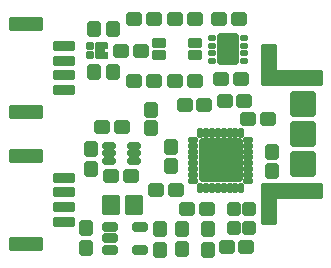
<source format=gbr>
G04*
G04 #@! TF.GenerationSoftware,Altium Limited,Altium Designer,24.7.2 (38)*
G04*
G04 Layer_Color=8388736*
%FSLAX25Y25*%
%MOIN*%
G70*
G04*
G04 #@! TF.SameCoordinates,0AE953C0-7C88-47E9-B79E-664DAA7B62C1*
G04*
G04*
G04 #@! TF.FilePolarity,Negative*
G04*
G01*
G75*
G04:AMPARAMS|DCode=38|XSize=31.62mil|YSize=19.81mil|CornerRadius=4.59mil|HoleSize=0mil|Usage=FLASHONLY|Rotation=180.000|XOffset=0mil|YOffset=0mil|HoleType=Round|Shape=RoundedRectangle|*
%AMROUNDEDRECTD38*
21,1,0.03162,0.01063,0,0,180.0*
21,1,0.02244,0.01981,0,0,180.0*
1,1,0.00918,-0.01122,0.00532*
1,1,0.00918,0.01122,0.00532*
1,1,0.00918,0.01122,-0.00532*
1,1,0.00918,-0.01122,-0.00532*
%
%ADD38ROUNDEDRECTD38*%
G04:AMPARAMS|DCode=39|XSize=31.62mil|YSize=19.81mil|CornerRadius=4.59mil|HoleSize=0mil|Usage=FLASHONLY|Rotation=90.000|XOffset=0mil|YOffset=0mil|HoleType=Round|Shape=RoundedRectangle|*
%AMROUNDEDRECTD39*
21,1,0.03162,0.01063,0,0,90.0*
21,1,0.02244,0.01981,0,0,90.0*
1,1,0.00918,0.00532,0.01122*
1,1,0.00918,0.00532,-0.01122*
1,1,0.00918,-0.00532,-0.01122*
1,1,0.00918,-0.00532,0.01122*
%
%ADD39ROUNDEDRECTD39*%
G04:AMPARAMS|DCode=40|XSize=143.83mil|YSize=143.83mil|CornerRadius=7.4mil|HoleSize=0mil|Usage=FLASHONLY|Rotation=90.000|XOffset=0mil|YOffset=0mil|HoleType=Round|Shape=RoundedRectangle|*
%AMROUNDEDRECTD40*
21,1,0.14383,0.12903,0,0,90.0*
21,1,0.12903,0.14383,0,0,90.0*
1,1,0.01479,0.06452,0.06452*
1,1,0.01479,0.06452,-0.06452*
1,1,0.01479,-0.06452,-0.06452*
1,1,0.01479,-0.06452,0.06452*
%
%ADD40ROUNDEDRECTD40*%
G04:AMPARAMS|DCode=41|XSize=43.43mil|YSize=23.75mil|CornerRadius=5.18mil|HoleSize=0mil|Usage=FLASHONLY|Rotation=0.000|XOffset=0mil|YOffset=0mil|HoleType=Round|Shape=RoundedRectangle|*
%AMROUNDEDRECTD41*
21,1,0.04343,0.01339,0,0,0.0*
21,1,0.03307,0.02375,0,0,0.0*
1,1,0.01036,0.01654,-0.00669*
1,1,0.01036,-0.01654,-0.00669*
1,1,0.01036,-0.01654,0.00669*
1,1,0.01036,0.01654,0.00669*
%
%ADD41ROUNDEDRECTD41*%
G04:AMPARAMS|DCode=42|XSize=51.31mil|YSize=47.37mil|CornerRadius=6.95mil|HoleSize=0mil|Usage=FLASHONLY|Rotation=180.000|XOffset=0mil|YOffset=0mil|HoleType=Round|Shape=RoundedRectangle|*
%AMROUNDEDRECTD42*
21,1,0.05131,0.03347,0,0,180.0*
21,1,0.03740,0.04737,0,0,180.0*
1,1,0.01391,-0.01870,0.01673*
1,1,0.01391,0.01870,0.01673*
1,1,0.01391,0.01870,-0.01673*
1,1,0.01391,-0.01870,-0.01673*
%
%ADD42ROUNDEDRECTD42*%
G04:AMPARAMS|DCode=43|XSize=47.37mil|YSize=43.43mil|CornerRadius=5.77mil|HoleSize=0mil|Usage=FLASHONLY|Rotation=90.000|XOffset=0mil|YOffset=0mil|HoleType=Round|Shape=RoundedRectangle|*
%AMROUNDEDRECTD43*
21,1,0.04737,0.03189,0,0,90.0*
21,1,0.03583,0.04343,0,0,90.0*
1,1,0.01154,0.01595,0.01791*
1,1,0.01154,0.01595,-0.01791*
1,1,0.01154,-0.01595,-0.01791*
1,1,0.01154,-0.01595,0.01791*
%
%ADD43ROUNDEDRECTD43*%
G04:AMPARAMS|DCode=44|XSize=72.96mil|YSize=104.46mil|CornerRadius=8.87mil|HoleSize=0mil|Usage=FLASHONLY|Rotation=180.000|XOffset=0mil|YOffset=0mil|HoleType=Round|Shape=RoundedRectangle|*
%AMROUNDEDRECTD44*
21,1,0.07296,0.08671,0,0,180.0*
21,1,0.05522,0.10446,0,0,180.0*
1,1,0.01774,-0.02761,0.04336*
1,1,0.01774,0.02761,0.04336*
1,1,0.01774,0.02761,-0.04336*
1,1,0.01774,-0.02761,-0.04336*
%
%ADD44ROUNDEDRECTD44*%
G04:AMPARAMS|DCode=45|XSize=28.67mil|YSize=19.81mil|CornerRadius=4.89mil|HoleSize=0mil|Usage=FLASHONLY|Rotation=180.000|XOffset=0mil|YOffset=0mil|HoleType=Round|Shape=RoundedRectangle|*
%AMROUNDEDRECTD45*
21,1,0.02867,0.01004,0,0,180.0*
21,1,0.01890,0.01981,0,0,180.0*
1,1,0.00977,-0.00945,0.00502*
1,1,0.00977,0.00945,0.00502*
1,1,0.00977,0.00945,-0.00502*
1,1,0.00977,-0.00945,-0.00502*
%
%ADD45ROUNDEDRECTD45*%
G04:AMPARAMS|DCode=46|XSize=49.34mil|YSize=31.62mil|CornerRadius=5.18mil|HoleSize=0mil|Usage=FLASHONLY|Rotation=0.000|XOffset=0mil|YOffset=0mil|HoleType=Round|Shape=RoundedRectangle|*
%AMROUNDEDRECTD46*
21,1,0.04934,0.02126,0,0,0.0*
21,1,0.03898,0.03162,0,0,0.0*
1,1,0.01036,0.01949,-0.01063*
1,1,0.01036,-0.01949,-0.01063*
1,1,0.01036,-0.01949,0.01063*
1,1,0.01036,0.01949,0.01063*
%
%ADD46ROUNDEDRECTD46*%
G04:AMPARAMS|DCode=47|XSize=51.31mil|YSize=31.62mil|CornerRadius=5.18mil|HoleSize=0mil|Usage=FLASHONLY|Rotation=0.000|XOffset=0mil|YOffset=0mil|HoleType=Round|Shape=RoundedRectangle|*
%AMROUNDEDRECTD47*
21,1,0.05131,0.02126,0,0,0.0*
21,1,0.04095,0.03162,0,0,0.0*
1,1,0.01036,0.02047,-0.01063*
1,1,0.01036,-0.02047,-0.01063*
1,1,0.01036,-0.02047,0.01063*
1,1,0.01036,0.02047,0.01063*
%
%ADD47ROUNDEDRECTD47*%
G04:AMPARAMS|DCode=48|XSize=31.62mil|YSize=74.93mil|CornerRadius=5.18mil|HoleSize=0mil|Usage=FLASHONLY|Rotation=270.000|XOffset=0mil|YOffset=0mil|HoleType=Round|Shape=RoundedRectangle|*
%AMROUNDEDRECTD48*
21,1,0.03162,0.06457,0,0,270.0*
21,1,0.02126,0.07493,0,0,270.0*
1,1,0.01036,-0.03228,-0.01063*
1,1,0.01036,-0.03228,0.01063*
1,1,0.01036,0.03228,0.01063*
1,1,0.01036,0.03228,-0.01063*
%
%ADD48ROUNDEDRECTD48*%
G04:AMPARAMS|DCode=49|XSize=47.37mil|YSize=114.3mil|CornerRadius=5.97mil|HoleSize=0mil|Usage=FLASHONLY|Rotation=270.000|XOffset=0mil|YOffset=0mil|HoleType=Round|Shape=RoundedRectangle|*
%AMROUNDEDRECTD49*
21,1,0.04737,0.10236,0,0,270.0*
21,1,0.03543,0.11430,0,0,270.0*
1,1,0.01194,-0.05118,-0.01772*
1,1,0.01194,-0.05118,0.01772*
1,1,0.01194,0.05118,0.01772*
1,1,0.01194,0.05118,-0.01772*
%
%ADD49ROUNDEDRECTD49*%
G04:AMPARAMS|DCode=50|XSize=47.37mil|YSize=51.31mil|CornerRadius=6.95mil|HoleSize=0mil|Usage=FLASHONLY|Rotation=270.000|XOffset=0mil|YOffset=0mil|HoleType=Round|Shape=RoundedRectangle|*
%AMROUNDEDRECTD50*
21,1,0.04737,0.03740,0,0,270.0*
21,1,0.03347,0.05131,0,0,270.0*
1,1,0.01391,-0.01870,-0.01673*
1,1,0.01391,-0.01870,0.01673*
1,1,0.01391,0.01870,0.01673*
1,1,0.01391,0.01870,-0.01673*
%
%ADD50ROUNDEDRECTD50*%
G04:AMPARAMS|DCode=51|XSize=59.18mil|YSize=67.06mil|CornerRadius=7.84mil|HoleSize=0mil|Usage=FLASHONLY|Rotation=180.000|XOffset=0mil|YOffset=0mil|HoleType=Round|Shape=RoundedRectangle|*
%AMROUNDEDRECTD51*
21,1,0.05918,0.05138,0,0,180.0*
21,1,0.04350,0.06706,0,0,180.0*
1,1,0.01568,-0.02175,0.02569*
1,1,0.01568,0.02175,0.02569*
1,1,0.01568,0.02175,-0.02569*
1,1,0.01568,-0.02175,-0.02569*
%
%ADD51ROUNDEDRECTD51*%
G04:AMPARAMS|DCode=52|XSize=204.85mil|YSize=55.24mil|CornerRadius=7.54mil|HoleSize=0mil|Usage=FLASHONLY|Rotation=0.000|XOffset=0mil|YOffset=0mil|HoleType=Round|Shape=RoundedRectangle|*
%AMROUNDEDRECTD52*
21,1,0.20485,0.04016,0,0,0.0*
21,1,0.18976,0.05524,0,0,0.0*
1,1,0.01509,0.09488,-0.02008*
1,1,0.01509,-0.09488,-0.02008*
1,1,0.01509,-0.09488,0.02008*
1,1,0.01509,0.09488,0.02008*
%
%ADD52ROUNDEDRECTD52*%
G04:AMPARAMS|DCode=53|XSize=86.74mil|YSize=86.74mil|CornerRadius=9.91mil|HoleSize=0mil|Usage=FLASHONLY|Rotation=0.000|XOffset=0mil|YOffset=0mil|HoleType=Round|Shape=RoundedRectangle|*
%AMROUNDEDRECTD53*
21,1,0.08674,0.06693,0,0,0.0*
21,1,0.06693,0.08674,0,0,0.0*
1,1,0.01981,0.03347,-0.03347*
1,1,0.01981,-0.03347,-0.03347*
1,1,0.01981,-0.03347,0.03347*
1,1,0.01981,0.03347,0.03347*
%
%ADD53ROUNDEDRECTD53*%
G04:AMPARAMS|DCode=54|XSize=106.42mil|YSize=55.24mil|CornerRadius=7.54mil|HoleSize=0mil|Usage=FLASHONLY|Rotation=90.000|XOffset=0mil|YOffset=0mil|HoleType=Round|Shape=RoundedRectangle|*
%AMROUNDEDRECTD54*
21,1,0.10642,0.04016,0,0,90.0*
21,1,0.09134,0.05524,0,0,90.0*
1,1,0.01509,0.02008,0.04567*
1,1,0.01509,0.02008,-0.04567*
1,1,0.01509,-0.02008,-0.04567*
1,1,0.01509,-0.02008,0.04567*
%
%ADD54ROUNDEDRECTD54*%
G04:AMPARAMS|DCode=55|XSize=47.37mil|YSize=51.31mil|CornerRadius=6.95mil|HoleSize=0mil|Usage=FLASHONLY|Rotation=0.000|XOffset=0mil|YOffset=0mil|HoleType=Round|Shape=RoundedRectangle|*
%AMROUNDEDRECTD55*
21,1,0.04737,0.03740,0,0,0.0*
21,1,0.03347,0.05131,0,0,0.0*
1,1,0.01391,0.01673,-0.01870*
1,1,0.01391,-0.01673,-0.01870*
1,1,0.01391,-0.01673,0.01870*
1,1,0.01391,0.01673,0.01870*
%
%ADD55ROUNDEDRECTD55*%
G04:AMPARAMS|DCode=56|XSize=23.75mil|YSize=29.65mil|CornerRadius=4.79mil|HoleSize=0mil|Usage=FLASHONLY|Rotation=90.000|XOffset=0mil|YOffset=0mil|HoleType=Round|Shape=RoundedRectangle|*
%AMROUNDEDRECTD56*
21,1,0.02375,0.02008,0,0,90.0*
21,1,0.01417,0.02965,0,0,90.0*
1,1,0.00957,0.01004,0.00709*
1,1,0.00957,0.01004,-0.00709*
1,1,0.00957,-0.01004,-0.00709*
1,1,0.00957,-0.01004,0.00709*
%
%ADD56ROUNDEDRECTD56*%
G04:AMPARAMS|DCode=57|XSize=51.31mil|YSize=47.37mil|CornerRadius=6.95mil|HoleSize=0mil|Usage=FLASHONLY|Rotation=90.000|XOffset=0mil|YOffset=0mil|HoleType=Round|Shape=RoundedRectangle|*
%AMROUNDEDRECTD57*
21,1,0.05131,0.03347,0,0,90.0*
21,1,0.03740,0.04737,0,0,90.0*
1,1,0.01391,0.01673,0.01870*
1,1,0.01391,0.01673,-0.01870*
1,1,0.01391,-0.01673,-0.01870*
1,1,0.01391,-0.01673,0.01870*
%
%ADD57ROUNDEDRECTD57*%
G36*
X163832Y129334D02*
X163883Y129324D01*
X163933Y129307D01*
X163980Y129284D01*
X164024Y129255D01*
X164063Y129220D01*
X164098Y129181D01*
X164124Y129141D01*
X164764D01*
X164816Y129138D01*
X164867Y129127D01*
X164917Y129111D01*
X164964Y129087D01*
X165008Y129058D01*
X165047Y129024D01*
X165082Y128984D01*
X165111Y128941D01*
X165134Y128894D01*
X165151Y128844D01*
X165161Y128793D01*
X165165Y128740D01*
Y127165D01*
X165161Y127113D01*
X165151Y127062D01*
X165134Y127012D01*
X165111Y126965D01*
X165082Y126921D01*
X165047Y126882D01*
X165008Y126847D01*
X164964Y126818D01*
X164917Y126795D01*
X164867Y126778D01*
X164816Y126768D01*
X164764Y126765D01*
X164180Y126765D01*
Y125991D01*
X164764D01*
X164816Y125988D01*
X164867Y125978D01*
X164917Y125961D01*
X164964Y125938D01*
X165008Y125909D01*
X165047Y125874D01*
X165082Y125835D01*
X165111Y125791D01*
X165134Y125744D01*
X165151Y125694D01*
X165161Y125643D01*
X165165Y125591D01*
Y124016D01*
X165161Y123963D01*
X165151Y123912D01*
X165134Y123862D01*
X165111Y123815D01*
X165082Y123772D01*
X165047Y123732D01*
X165008Y123698D01*
X164964Y123669D01*
X164917Y123645D01*
X164867Y123628D01*
X164816Y123618D01*
X164764Y123615D01*
X164124D01*
X164098Y123575D01*
X164063Y123535D01*
X164024Y123501D01*
X163980Y123472D01*
X163933Y123449D01*
X163883Y123432D01*
X163832Y123422D01*
X163779Y123418D01*
X161417D01*
X161365Y123422D01*
X161314Y123432D01*
X161264Y123449D01*
X161217Y123472D01*
X161173Y123501D01*
X161134Y123535D01*
X161099Y123575D01*
X161070Y123618D01*
X161047Y123665D01*
X161030Y123715D01*
X161020Y123767D01*
X161016Y123819D01*
Y128937D01*
X161020Y128989D01*
X161030Y129041D01*
X161047Y129090D01*
X161070Y129137D01*
X161099Y129181D01*
X161134Y129220D01*
X161173Y129255D01*
X161217Y129284D01*
X161264Y129307D01*
X161314Y129324D01*
X161365Y129334D01*
X161417Y129338D01*
X163779D01*
X163832Y129334D01*
D02*
G37*
D38*
X193504Y82874D02*
D03*
Y84842D02*
D03*
Y86811D02*
D03*
Y88779D02*
D03*
X212008Y90748D02*
D03*
Y92716D02*
D03*
Y94685D02*
D03*
Y96653D02*
D03*
X193504Y90748D02*
D03*
Y92716D02*
D03*
Y94685D02*
D03*
Y96653D02*
D03*
X212008Y82874D02*
D03*
Y84842D02*
D03*
Y86811D02*
D03*
Y88779D02*
D03*
D39*
X195866Y80512D02*
D03*
X197835D02*
D03*
X199803D02*
D03*
X201772D02*
D03*
X203740D02*
D03*
X205709D02*
D03*
X207677D02*
D03*
X209646D02*
D03*
Y99016D02*
D03*
X207677D02*
D03*
X205709D02*
D03*
X203740D02*
D03*
X195866D02*
D03*
X201772D02*
D03*
X199803D02*
D03*
X197835D02*
D03*
D40*
X202756Y89764D02*
D03*
D41*
X174016Y94685D02*
D03*
Y92126D02*
D03*
Y89567D02*
D03*
X165354D02*
D03*
Y92126D02*
D03*
Y94685D02*
D03*
D42*
X169882Y100787D02*
D03*
X163189D02*
D03*
X202953Y116929D02*
D03*
X209646D02*
D03*
X194291Y137008D02*
D03*
X187598D02*
D03*
X173819Y137008D02*
D03*
X180512D02*
D03*
X191455Y73421D02*
D03*
X198148D02*
D03*
X187992Y79921D02*
D03*
X181299D02*
D03*
X218504Y103543D02*
D03*
X211811D02*
D03*
X202165Y137008D02*
D03*
X208858D02*
D03*
X172876Y84543D02*
D03*
X166183D02*
D03*
X187598Y116142D02*
D03*
X194291D02*
D03*
X180512Y116142D02*
D03*
X173819D02*
D03*
X169488Y126378D02*
D03*
X176181D02*
D03*
D43*
X212091Y73678D02*
D03*
X207268D02*
D03*
Y67281D02*
D03*
X212091D02*
D03*
D44*
X205118Y126772D02*
D03*
D45*
X199756Y130610D02*
D03*
Y122933D02*
D03*
Y128051D02*
D03*
X210480Y125492D02*
D03*
X210482Y122933D02*
D03*
X210480Y128051D02*
D03*
Y130610D02*
D03*
X199756Y125492D02*
D03*
D46*
X194193Y128740D02*
D03*
Y124803D02*
D03*
X182185D02*
D03*
Y128740D02*
D03*
D47*
X175984Y67520D02*
D03*
X165748Y60039D02*
D03*
Y63779D02*
D03*
Y67520D02*
D03*
X175984Y60039D02*
D03*
D48*
X150394Y84055D02*
D03*
Y79134D02*
D03*
Y74213D02*
D03*
Y69291D02*
D03*
Y127953D02*
D03*
Y123031D02*
D03*
Y118110D02*
D03*
Y113189D02*
D03*
D49*
X137795Y91339D02*
D03*
Y62008D02*
D03*
Y135236D02*
D03*
Y105905D02*
D03*
D50*
X204331Y109646D02*
D03*
X210630D02*
D03*
X190945Y108268D02*
D03*
X197244D02*
D03*
X211259Y60729D02*
D03*
X204960D02*
D03*
D51*
X166339Y74803D02*
D03*
X173819D02*
D03*
D52*
X226378Y117323D02*
D03*
Y79528D02*
D03*
D53*
X230315Y108425D02*
D03*
Y98425D02*
D03*
Y88425D02*
D03*
D54*
X218898Y123228D02*
D03*
Y73622D02*
D03*
D55*
X219685Y92520D02*
D03*
Y86221D02*
D03*
X179528Y100394D02*
D03*
Y106693D02*
D03*
X186221Y94095D02*
D03*
Y87795D02*
D03*
D56*
X159153Y127953D02*
D03*
Y124803D02*
D03*
D57*
X198425Y60039D02*
D03*
Y66732D02*
D03*
X182677Y60039D02*
D03*
Y66732D02*
D03*
X189849Y60081D02*
D03*
Y66774D02*
D03*
X159449Y93504D02*
D03*
Y86811D02*
D03*
X157874Y60433D02*
D03*
Y67126D02*
D03*
X160630Y119291D02*
D03*
X166929D02*
D03*
X160630Y133465D02*
D03*
X166929D02*
D03*
M02*

</source>
